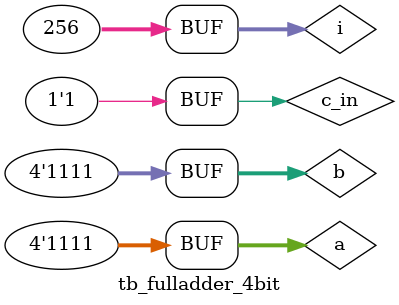
<source format=v>
module tb_fulladder_4bit;
	parameter N = 4;
	reg [N-1:0] a;
	reg [N-1:0] b;
	reg c_in;
	
	wire [3:0] sum;
	wire c_cout;
	
	fulladder_4bit fa4(
		.a(a),
		.b(b),
		.cin(c_in),
		.sum(sum),
		.cout(c_cout)
	);
	
	integer i;
	
	// Test start
	initial
	begin
	
		// when cin == 0
		c_in = 1'b0;
		for(i=0; i<2**(2*N); i=i+1)
		begin
			{b, a} = i;
			#10;
			$display("a=", a, " b=", b, " sum=", sum, " cout=", c_cout);
		end
	
		// when cin == 1
		c_in = 1'b1;
		for(i=0; i<2**(2*N); i=i+1)
		begin
			{b, a} = i;
			#10;
			$display("a=", a, " b=", b, " sum=", sum, " cout=", c_cout);
		end
	end
endmodule

</source>
